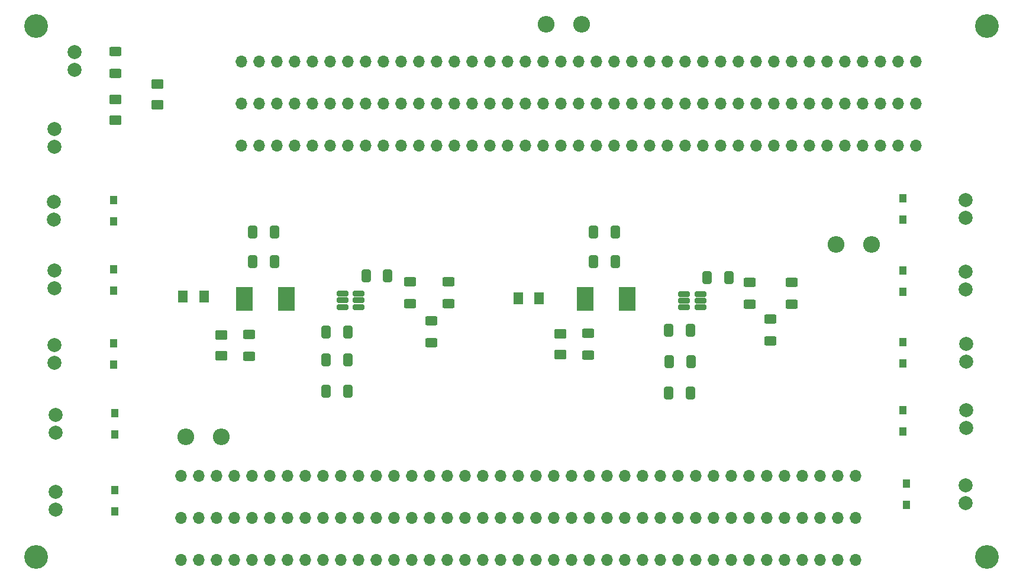
<source format=gbr>
%TF.GenerationSoftware,KiCad,Pcbnew,7.0.7+dfsg-1*%
%TF.CreationDate,2023-11-24T11:24:12-06:00*%
%TF.ProjectId,Power_Dist_Board,506f7765-725f-4446-9973-745f426f6172,rev?*%
%TF.SameCoordinates,Original*%
%TF.FileFunction,Soldermask,Top*%
%TF.FilePolarity,Negative*%
%FSLAX46Y46*%
G04 Gerber Fmt 4.6, Leading zero omitted, Abs format (unit mm)*
G04 Created by KiCad (PCBNEW 7.0.7+dfsg-1) date 2023-11-24 11:24:12*
%MOMM*%
%LPD*%
G01*
G04 APERTURE LIST*
G04 Aperture macros list*
%AMRoundRect*
0 Rectangle with rounded corners*
0 $1 Rounding radius*
0 $2 $3 $4 $5 $6 $7 $8 $9 X,Y pos of 4 corners*
0 Add a 4 corners polygon primitive as box body*
4,1,4,$2,$3,$4,$5,$6,$7,$8,$9,$2,$3,0*
0 Add four circle primitives for the rounded corners*
1,1,$1+$1,$2,$3*
1,1,$1+$1,$4,$5*
1,1,$1+$1,$6,$7*
1,1,$1+$1,$8,$9*
0 Add four rect primitives between the rounded corners*
20,1,$1+$1,$2,$3,$4,$5,0*
20,1,$1+$1,$4,$5,$6,$7,0*
20,1,$1+$1,$6,$7,$8,$9,0*
20,1,$1+$1,$8,$9,$2,$3,0*%
G04 Aperture macros list end*
%ADD10O,1.700000X1.700000*%
%ADD11C,3.400000*%
%ADD12O,2.400000X2.400000*%
%ADD13R,1.041400X1.193800*%
%ADD14C,2.000000*%
%ADD15RoundRect,0.250000X0.412500X0.650000X-0.412500X0.650000X-0.412500X-0.650000X0.412500X-0.650000X0*%
%ADD16RoundRect,0.250000X-0.412500X-0.650000X0.412500X-0.650000X0.412500X0.650000X-0.412500X0.650000X0*%
%ADD17R,2.350000X3.400001*%
%ADD18RoundRect,0.250001X0.624999X-0.462499X0.624999X0.462499X-0.624999X0.462499X-0.624999X-0.462499X0*%
%ADD19RoundRect,0.250000X-0.625000X0.400000X-0.625000X-0.400000X0.625000X-0.400000X0.625000X0.400000X0*%
%ADD20RoundRect,0.250001X-0.462499X-0.624999X0.462499X-0.624999X0.462499X0.624999X-0.462499X0.624999X0*%
%ADD21RoundRect,0.143300X-0.683700X-0.253700X0.683700X-0.253700X0.683700X0.253700X-0.683700X0.253700X0*%
%ADD22RoundRect,0.250000X0.625000X-0.400000X0.625000X0.400000X-0.625000X0.400000X-0.625000X-0.400000X0*%
%ADD23RoundRect,0.250001X-0.624999X0.462499X-0.624999X-0.462499X0.624999X-0.462499X0.624999X0.462499X0*%
G04 APERTURE END LIST*
D10*
%TO.C,J5*%
X217920000Y-41080000D03*
X215380000Y-41080000D03*
X212840000Y-41080000D03*
X210300000Y-41080000D03*
X207760000Y-41080000D03*
X205220000Y-41080000D03*
X202680000Y-41080000D03*
X200140000Y-41080000D03*
X197600000Y-41080000D03*
X195060000Y-41080000D03*
X192520000Y-41080000D03*
X189980000Y-41080000D03*
X187440000Y-41080000D03*
X184900000Y-41080000D03*
X182360000Y-41080000D03*
X179820000Y-41080000D03*
X177280000Y-41080000D03*
X174740000Y-41080000D03*
X172200000Y-41080000D03*
X169660000Y-41080000D03*
X167120000Y-41080000D03*
X164580000Y-41080000D03*
X162040000Y-41080000D03*
X159500000Y-41080000D03*
X156960000Y-41080000D03*
X154420000Y-41080000D03*
X151880000Y-41080000D03*
X149340000Y-41080000D03*
X146800000Y-41080000D03*
X144260000Y-41080000D03*
X141720000Y-41080000D03*
X139180000Y-41080000D03*
X136640000Y-41080000D03*
X134100000Y-41080000D03*
X131560000Y-41080000D03*
X129020000Y-41080000D03*
X126480000Y-41080000D03*
X123940000Y-41080000D03*
X121400000Y-41080000D03*
%TD*%
%TO.C,J7*%
X217920000Y-35080000D03*
X215380000Y-35080000D03*
X212840000Y-35080000D03*
X210300000Y-35080000D03*
X207760000Y-35080000D03*
X205220000Y-35080000D03*
X202680000Y-35080000D03*
X200140000Y-35080000D03*
X197600000Y-35080000D03*
X195060000Y-35080000D03*
X192520000Y-35080000D03*
X189980000Y-35080000D03*
X187440000Y-35080000D03*
X184900000Y-35080000D03*
X182360000Y-35080000D03*
X179820000Y-35080000D03*
X177280000Y-35080000D03*
X174740000Y-35080000D03*
X172200000Y-35080000D03*
X169660000Y-35080000D03*
X167120000Y-35080000D03*
X164580000Y-35080000D03*
X162040000Y-35080000D03*
X159500000Y-35080000D03*
X156960000Y-35080000D03*
X154420000Y-35080000D03*
X151880000Y-35080000D03*
X149340000Y-35080000D03*
X146800000Y-35080000D03*
X144260000Y-35080000D03*
X141720000Y-35080000D03*
X139180000Y-35080000D03*
X136640000Y-35080000D03*
X134100000Y-35080000D03*
X131560000Y-35080000D03*
X129020000Y-35080000D03*
X126480000Y-35080000D03*
X123940000Y-35080000D03*
X121400000Y-35080000D03*
%TD*%
%TO.C,J6*%
X209210000Y-94385000D03*
X206670000Y-94385000D03*
X204130000Y-94385000D03*
X201590000Y-94385000D03*
X199050000Y-94385000D03*
X196510000Y-94385000D03*
X193970000Y-94385000D03*
X191430000Y-94385000D03*
X188890000Y-94385000D03*
X186350000Y-94385000D03*
X183810000Y-94385000D03*
X181270000Y-94385000D03*
X178730000Y-94385000D03*
X176190000Y-94385000D03*
X173650000Y-94385000D03*
X171110000Y-94385000D03*
X168570000Y-94385000D03*
X166030000Y-94385000D03*
X163490000Y-94385000D03*
X160950000Y-94385000D03*
X158410000Y-94385000D03*
X155870000Y-94385000D03*
X153330000Y-94385000D03*
X150790000Y-94385000D03*
X148250000Y-94385000D03*
X145710000Y-94385000D03*
X143170000Y-94385000D03*
X140630000Y-94385000D03*
X138090000Y-94385000D03*
X135550000Y-94385000D03*
X133010000Y-94385000D03*
X130470000Y-94385000D03*
X127930000Y-94385000D03*
X125390000Y-94385000D03*
X122850000Y-94385000D03*
X120310000Y-94385000D03*
X117770000Y-94385000D03*
X115230000Y-94385000D03*
X112690000Y-94385000D03*
%TD*%
%TO.C,J3*%
X217920000Y-29080000D03*
X215380000Y-29080000D03*
X212840000Y-29080000D03*
X210300000Y-29080000D03*
X207760000Y-29080000D03*
X205220000Y-29080000D03*
X202680000Y-29080000D03*
X200140000Y-29080000D03*
X197600000Y-29080000D03*
X195060000Y-29080000D03*
X192520000Y-29080000D03*
X189980000Y-29080000D03*
X187440000Y-29080000D03*
X184900000Y-29080000D03*
X182360000Y-29080000D03*
X179820000Y-29080000D03*
X177280000Y-29080000D03*
X174740000Y-29080000D03*
X172200000Y-29080000D03*
X169660000Y-29080000D03*
X167120000Y-29080000D03*
X164580000Y-29080000D03*
X162040000Y-29080000D03*
X159500000Y-29080000D03*
X156960000Y-29080000D03*
X154420000Y-29080000D03*
X151880000Y-29080000D03*
X149340000Y-29080000D03*
X146800000Y-29080000D03*
X144260000Y-29080000D03*
X141720000Y-29080000D03*
X139180000Y-29080000D03*
X136640000Y-29080000D03*
X134100000Y-29080000D03*
X131560000Y-29080000D03*
X129020000Y-29080000D03*
X126480000Y-29080000D03*
X123940000Y-29080000D03*
X121400000Y-29080000D03*
%TD*%
%TO.C,J4*%
X209210000Y-88385000D03*
X206670000Y-88385000D03*
X204130000Y-88385000D03*
X201590000Y-88385000D03*
X199050000Y-88385000D03*
X196510000Y-88385000D03*
X193970000Y-88385000D03*
X191430000Y-88385000D03*
X188890000Y-88385000D03*
X186350000Y-88385000D03*
X183810000Y-88385000D03*
X181270000Y-88385000D03*
X178730000Y-88385000D03*
X176190000Y-88385000D03*
X173650000Y-88385000D03*
X171110000Y-88385000D03*
X168570000Y-88385000D03*
X166030000Y-88385000D03*
X163490000Y-88385000D03*
X160950000Y-88385000D03*
X158410000Y-88385000D03*
X155870000Y-88385000D03*
X153330000Y-88385000D03*
X150790000Y-88385000D03*
X148250000Y-88385000D03*
X145710000Y-88385000D03*
X143170000Y-88385000D03*
X140630000Y-88385000D03*
X138090000Y-88385000D03*
X135550000Y-88385000D03*
X133010000Y-88385000D03*
X130470000Y-88385000D03*
X127930000Y-88385000D03*
X125390000Y-88385000D03*
X122850000Y-88385000D03*
X120310000Y-88385000D03*
X117770000Y-88385000D03*
X115230000Y-88385000D03*
X112690000Y-88385000D03*
%TD*%
%TO.C,J2*%
X209210000Y-100385000D03*
X206670000Y-100385000D03*
X204130000Y-100385000D03*
X201590000Y-100385000D03*
X199050000Y-100385000D03*
X196510000Y-100385000D03*
X193970000Y-100385000D03*
X191430000Y-100385000D03*
X188890000Y-100385000D03*
X186350000Y-100385000D03*
X183810000Y-100385000D03*
X181270000Y-100385000D03*
X178730000Y-100385000D03*
X176190000Y-100385000D03*
X173650000Y-100385000D03*
X171110000Y-100385000D03*
X168570000Y-100385000D03*
X166030000Y-100385000D03*
X163490000Y-100385000D03*
X160950000Y-100385000D03*
X158410000Y-100385000D03*
X155870000Y-100385000D03*
X153330000Y-100385000D03*
X150790000Y-100385000D03*
X148250000Y-100385000D03*
X145710000Y-100385000D03*
X143170000Y-100385000D03*
X140630000Y-100385000D03*
X138090000Y-100385000D03*
X135550000Y-100385000D03*
X133010000Y-100385000D03*
X130470000Y-100385000D03*
X127930000Y-100385000D03*
X125390000Y-100385000D03*
X122850000Y-100385000D03*
X120310000Y-100385000D03*
X117770000Y-100385000D03*
X115230000Y-100385000D03*
X112690000Y-100385000D03*
%TD*%
D11*
%TO.C,REF\u002A\u002A*%
X228000000Y-100000000D03*
%TD*%
D12*
%TO.C,J9*%
X206460000Y-55250000D03*
X211540000Y-55250000D03*
%TD*%
D13*
%TO.C,D12*%
X216000000Y-82024000D03*
X216000000Y-78976000D03*
%TD*%
D14*
%TO.C,M3*%
X94781300Y-90608400D03*
X94781300Y-93148400D03*
%TD*%
D13*
%TO.C,D5*%
X216000000Y-51694250D03*
X216000000Y-48646250D03*
%TD*%
D15*
%TO.C,C8*%
X136562500Y-71750000D03*
X133437500Y-71750000D03*
%TD*%
D12*
%TO.C,J8*%
X164960000Y-23750000D03*
X170040000Y-23750000D03*
%TD*%
D14*
%TO.C,M7*%
X225000000Y-61726450D03*
X225000000Y-59186450D03*
%TD*%
%TO.C,M2*%
X94579300Y-61546500D03*
X94579300Y-59006500D03*
%TD*%
D16*
%TO.C,C3*%
X171750000Y-57750000D03*
X174875000Y-57750000D03*
%TD*%
D11*
%TO.C,REF\u002A\u002A*%
X92000000Y-100000000D03*
%TD*%
D17*
%TO.C,L1*%
X170550000Y-63049999D03*
X176550000Y-63049999D03*
%TD*%
D13*
%TO.C,D4*%
X103047300Y-51946400D03*
X103047300Y-48898400D03*
%TD*%
D14*
%TO.C,M8*%
X225072900Y-72000000D03*
X225072900Y-69460000D03*
%TD*%
D13*
%TO.C,D13*%
X103281300Y-82422400D03*
X103281300Y-79374400D03*
%TD*%
%TO.C,D9*%
X103281300Y-90374400D03*
X103281300Y-93422400D03*
%TD*%
D14*
%TO.C,M9*%
X225055700Y-81475100D03*
X225055700Y-78935100D03*
%TD*%
D15*
%TO.C,C4*%
X185625000Y-67500000D03*
X182500000Y-67500000D03*
%TD*%
D18*
%TO.C,D3*%
X103346875Y-37487500D03*
X103346875Y-34512500D03*
%TD*%
D19*
%TO.C,R1*%
X171000000Y-67950000D03*
X171000000Y-71050000D03*
%TD*%
D15*
%TO.C,C9*%
X185625000Y-76500000D03*
X182500000Y-76500000D03*
%TD*%
D17*
%TO.C,L2*%
X121800000Y-63049999D03*
X127800000Y-63049999D03*
%TD*%
D11*
%TO.C,REF\u002A\u002A*%
X228000000Y-24000000D03*
%TD*%
D16*
%TO.C,C1*%
X171750000Y-53500000D03*
X174875000Y-53500000D03*
%TD*%
%TO.C,C12*%
X139187500Y-59750000D03*
X142312500Y-59750000D03*
%TD*%
D20*
%TO.C,F2*%
X113014500Y-62738000D03*
X115989500Y-62738000D03*
%TD*%
D21*
%TO.C,U1*%
X184707500Y-62353750D03*
X184707500Y-63303750D03*
X184707500Y-64253750D03*
X187017500Y-64253750D03*
X187017500Y-63303750D03*
X187017500Y-62353750D03*
%TD*%
D14*
%TO.C,J1*%
X97500000Y-27710000D03*
X97500000Y-30250000D03*
%TD*%
D13*
%TO.C,D7*%
X103047300Y-61820500D03*
X103047300Y-58772500D03*
%TD*%
D19*
%TO.C,R5*%
X194062500Y-60700000D03*
X194062500Y-63800000D03*
%TD*%
D22*
%TO.C,R7*%
X200062500Y-63800000D03*
X200062500Y-60700000D03*
%TD*%
D14*
%TO.C,M6*%
X225000000Y-92290000D03*
X225000000Y-89750000D03*
%TD*%
D16*
%TO.C,C5*%
X122937500Y-57750000D03*
X126062500Y-57750000D03*
%TD*%
D12*
%TO.C,J10*%
X113420000Y-82751829D03*
X118500000Y-82751829D03*
%TD*%
D21*
%TO.C,U2*%
X135845000Y-62300000D03*
X135845000Y-63250000D03*
X135845000Y-64200000D03*
X138155000Y-64200000D03*
X138155000Y-63250000D03*
X138155000Y-62300000D03*
%TD*%
D20*
%TO.C,F1*%
X161012500Y-63000000D03*
X163987500Y-63000000D03*
%TD*%
D14*
%TO.C,M1*%
X94547300Y-51672400D03*
X94547300Y-49132400D03*
%TD*%
D11*
%TO.C,REF\u002A\u002A*%
X92000000Y-24000000D03*
%TD*%
D14*
%TO.C,M5*%
X225000000Y-51460250D03*
X225000000Y-48920250D03*
%TD*%
D19*
%TO.C,R2*%
X122500000Y-71250000D03*
X122500000Y-68150000D03*
%TD*%
%TO.C,R4*%
X145500000Y-60600000D03*
X145500000Y-63700000D03*
%TD*%
D13*
%TO.C,D8*%
X216000000Y-72234000D03*
X216000000Y-69186000D03*
%TD*%
D15*
%TO.C,C6*%
X136562500Y-67750000D03*
X133437500Y-67750000D03*
%TD*%
D13*
%TO.C,D6*%
X216500000Y-92524000D03*
X216500000Y-89476000D03*
%TD*%
D19*
%TO.C,R9*%
X148500000Y-66200000D03*
X148500000Y-69300000D03*
%TD*%
D23*
%TO.C,D1*%
X167000000Y-68012500D03*
X167000000Y-70987500D03*
%TD*%
D14*
%TO.C,SW1*%
X94581250Y-38710000D03*
X94581250Y-41250000D03*
%TD*%
D19*
%TO.C,R3*%
X103296875Y-27650000D03*
X103296875Y-30750000D03*
%TD*%
D13*
%TO.C,D10*%
X103047300Y-72460900D03*
X103047300Y-69412900D03*
%TD*%
D15*
%TO.C,C7*%
X185687500Y-72000000D03*
X182562500Y-72000000D03*
%TD*%
D14*
%TO.C,M10*%
X94781300Y-82148400D03*
X94781300Y-79608400D03*
%TD*%
D15*
%TO.C,C10*%
X136562500Y-76250000D03*
X133437500Y-76250000D03*
%TD*%
D23*
%TO.C,F3*%
X109346875Y-32312500D03*
X109346875Y-35287500D03*
%TD*%
%TO.C,D2*%
X118500000Y-71187500D03*
X118500000Y-68212500D03*
%TD*%
D16*
%TO.C,C11*%
X188000000Y-60000000D03*
X191125000Y-60000000D03*
%TD*%
%TO.C,C2*%
X122937500Y-53500000D03*
X126062500Y-53500000D03*
%TD*%
D22*
%TO.C,R6*%
X151000000Y-63700000D03*
X151000000Y-60600000D03*
%TD*%
D14*
%TO.C,M4*%
X94563300Y-72186900D03*
X94563300Y-69646900D03*
%TD*%
D13*
%TO.C,D11*%
X216000000Y-62068850D03*
X216000000Y-59020850D03*
%TD*%
D19*
%TO.C,R8*%
X197062500Y-65950000D03*
X197062500Y-69050000D03*
%TD*%
M02*

</source>
